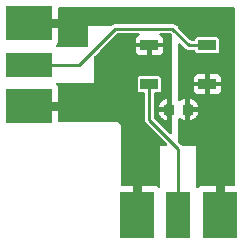
<source format=gtl>
%TF.GenerationSoftware,KiCad,Pcbnew,8.0.4*%
%TF.CreationDate,2024-08-03T19:12:23-04:00*%
%TF.ProjectId,ws2812b-corner-left,77733238-3132-4622-9d63-6f726e65722d,rev?*%
%TF.SameCoordinates,Original*%
%TF.FileFunction,Copper,L1,Top*%
%TF.FilePolarity,Positive*%
%FSLAX46Y46*%
G04 Gerber Fmt 4.6, Leading zero omitted, Abs format (unit mm)*
G04 Created by KiCad (PCBNEW 8.0.4) date 2024-08-03 19:12:23*
%MOMM*%
%LPD*%
G01*
G04 APERTURE LIST*
G04 Aperture macros list*
%AMRoundRect*
0 Rectangle with rounded corners*
0 $1 Rounding radius*
0 $2 $3 $4 $5 $6 $7 $8 $9 X,Y pos of 4 corners*
0 Add a 4 corners polygon primitive as box body*
4,1,4,$2,$3,$4,$5,$6,$7,$8,$9,$2,$3,0*
0 Add four circle primitives for the rounded corners*
1,1,$1+$1,$2,$3*
1,1,$1+$1,$4,$5*
1,1,$1+$1,$6,$7*
1,1,$1+$1,$8,$9*
0 Add four rect primitives between the rounded corners*
20,1,$1+$1,$2,$3,$4,$5,0*
20,1,$1+$1,$4,$5,$6,$7,0*
20,1,$1+$1,$6,$7,$8,$9,0*
20,1,$1+$1,$8,$9,$2,$3,0*%
G04 Aperture macros list end*
%TA.AperFunction,SMDPad,CuDef*%
%ADD10R,4.000000X3.000000*%
%TD*%
%TA.AperFunction,SMDPad,CuDef*%
%ADD11R,4.000000X2.000000*%
%TD*%
%TA.AperFunction,SMDPad,CuDef*%
%ADD12RoundRect,0.225000X0.225000X0.250000X-0.225000X0.250000X-0.225000X-0.250000X0.225000X-0.250000X0*%
%TD*%
%TA.AperFunction,SMDPad,CuDef*%
%ADD13R,3.000000X4.000000*%
%TD*%
%TA.AperFunction,SMDPad,CuDef*%
%ADD14R,2.000000X4.000000*%
%TD*%
%TA.AperFunction,SMDPad,CuDef*%
%ADD15R,1.500000X0.900000*%
%TD*%
%TA.AperFunction,Conductor*%
%ADD16C,0.254000*%
%TD*%
%TA.AperFunction,Conductor*%
%ADD17C,0.762000*%
%TD*%
G04 APERTURE END LIST*
D10*
%TO.P,J2,1,Pin_1*%
%TO.N,GND*%
X139786000Y-79700000D03*
D11*
%TO.P,J2,2,Pin_2*%
%TO.N,Net-(D1-DOUT)*%
X139786000Y-76200000D03*
D10*
%TO.P,J2,3,Pin_3*%
%TO.N,+5V*%
X139786000Y-72700000D03*
%TD*%
D12*
%TO.P,C1,1*%
%TO.N,+5V*%
X153175000Y-80010000D03*
%TO.P,C1,2*%
%TO.N,GND*%
X151625000Y-80010000D03*
%TD*%
D13*
%TO.P,J1,1,Pin_1*%
%TO.N,GND*%
X148900000Y-88900000D03*
D14*
%TO.P,J1,2,Pin_2*%
%TO.N,Net-(D1-DIN)*%
X152400000Y-88900000D03*
D13*
%TO.P,J1,3,Pin_3*%
%TO.N,+5V*%
X155900000Y-88900000D03*
%TD*%
D15*
%TO.P,D1,1,VDD*%
%TO.N,+5V*%
X154850000Y-77850000D03*
%TO.P,D1,2,DOUT*%
%TO.N,Net-(D1-DOUT)*%
X154850000Y-74550000D03*
%TO.P,D1,3,VSS*%
%TO.N,GND*%
X149950000Y-74550000D03*
%TO.P,D1,4,DIN*%
%TO.N,Net-(D1-DIN)*%
X149950000Y-77850000D03*
%TD*%
D16*
%TO.N,Net-(D1-DOUT)*%
X154850000Y-74550000D02*
X153290000Y-74550000D01*
X153290000Y-74550000D02*
X151892000Y-73152000D01*
X151892000Y-73152000D02*
X147066000Y-73152000D01*
X147066000Y-73152000D02*
X144018000Y-76200000D01*
X144018000Y-76200000D02*
X139786000Y-76200000D01*
D17*
%TO.N,+5V*%
X155900000Y-88900000D02*
X155900000Y-80574000D01*
X143454000Y-72700000D02*
X139786000Y-72700000D01*
X155900000Y-80574000D02*
X156774000Y-79700000D01*
X156774000Y-79700000D02*
X156774000Y-72954000D01*
X156774000Y-72954000D02*
X155956000Y-72136000D01*
X155956000Y-72136000D02*
X144018000Y-72136000D01*
X144018000Y-72136000D02*
X143454000Y-72700000D01*
%TO.N,GND*%
X139786000Y-79700000D02*
X147264000Y-79700000D01*
X147264000Y-79700000D02*
X148336000Y-80772000D01*
X148336000Y-80772000D02*
X148336000Y-84328000D01*
X148336000Y-84328000D02*
X148900000Y-84892000D01*
X148900000Y-84892000D02*
X148900000Y-88900000D01*
D16*
%TO.N,Net-(D1-DIN)*%
X149950000Y-80862000D02*
X149950000Y-77850000D01*
X152400000Y-83312000D02*
X149950000Y-80862000D01*
X152400000Y-88900000D02*
X152400000Y-83312000D01*
%TD*%
%TA.AperFunction,Conductor*%
%TO.N,+5V*%
G36*
X157192031Y-71385713D02*
G01*
X157228576Y-71436013D01*
X157233500Y-71467100D01*
X157233500Y-86399400D01*
X157214287Y-86458531D01*
X157163987Y-86495076D01*
X157132900Y-86500000D01*
X154368521Y-86500000D01*
X154274849Y-86514835D01*
X154161955Y-86572358D01*
X154095735Y-86638579D01*
X154040337Y-86666805D01*
X153978929Y-86657079D01*
X153934965Y-86613115D01*
X153924000Y-86567444D01*
X153924000Y-83058000D01*
X152727193Y-83058000D01*
X152668062Y-83038787D01*
X152656058Y-83028535D01*
X152429465Y-82801942D01*
X152401239Y-82746544D01*
X152400000Y-82730807D01*
X152400000Y-80835996D01*
X152419213Y-80776865D01*
X152469513Y-80740320D01*
X152531687Y-80740320D01*
X152562264Y-80756510D01*
X152563892Y-80757773D01*
X152699811Y-80838155D01*
X152699812Y-80838156D01*
X152851447Y-80882210D01*
X152886877Y-80884999D01*
X152886898Y-80885000D01*
X152975000Y-80885000D01*
X153375000Y-80885000D01*
X153463102Y-80885000D01*
X153463122Y-80884999D01*
X153498552Y-80882210D01*
X153650187Y-80838156D01*
X153650188Y-80838155D01*
X153786110Y-80757771D01*
X153897771Y-80646110D01*
X153978155Y-80510188D01*
X153978156Y-80510187D01*
X154022210Y-80358552D01*
X154024999Y-80323122D01*
X154025000Y-80323102D01*
X154025000Y-80210000D01*
X153375000Y-80210000D01*
X153375000Y-80885000D01*
X152975000Y-80885000D01*
X152975000Y-79810000D01*
X153375000Y-79810000D01*
X154025000Y-79810000D01*
X154025000Y-79696897D01*
X154024999Y-79696877D01*
X154022210Y-79661447D01*
X153978156Y-79509812D01*
X153978155Y-79509811D01*
X153897771Y-79373889D01*
X153786110Y-79262228D01*
X153650188Y-79181844D01*
X153650187Y-79181843D01*
X153498552Y-79137789D01*
X153463122Y-79135000D01*
X153375000Y-79135000D01*
X153375000Y-79810000D01*
X152975000Y-79810000D01*
X152975000Y-79135000D01*
X152886877Y-79135000D01*
X152851447Y-79137789D01*
X152699812Y-79181843D01*
X152699811Y-79181844D01*
X152563882Y-79262232D01*
X152562256Y-79263494D01*
X152560961Y-79263960D01*
X152558442Y-79265450D01*
X152558157Y-79264969D01*
X152503757Y-79284553D01*
X152444052Y-79267206D01*
X152405946Y-79218077D01*
X152400000Y-79184003D01*
X152400000Y-78331478D01*
X153700001Y-78331478D01*
X153714835Y-78425150D01*
X153772358Y-78538044D01*
X153861955Y-78627641D01*
X153974851Y-78685164D01*
X153974854Y-78685165D01*
X154068514Y-78699999D01*
X154650000Y-78699999D01*
X155050000Y-78699999D01*
X155631478Y-78699999D01*
X155725150Y-78685164D01*
X155838044Y-78627641D01*
X155927641Y-78538044D01*
X155985164Y-78425148D01*
X155985165Y-78425145D01*
X155999999Y-78331487D01*
X156000000Y-78331483D01*
X156000000Y-78050000D01*
X155050000Y-78050000D01*
X155050000Y-78699999D01*
X154650000Y-78699999D01*
X154650000Y-78050000D01*
X153700001Y-78050000D01*
X153700001Y-78331478D01*
X152400000Y-78331478D01*
X152400000Y-77368512D01*
X153700000Y-77368512D01*
X153700000Y-77650000D01*
X154650000Y-77650000D01*
X155050000Y-77650000D01*
X155999999Y-77650000D01*
X155999999Y-77368521D01*
X155985164Y-77274849D01*
X155927641Y-77161955D01*
X155838044Y-77072358D01*
X155725148Y-77014835D01*
X155725145Y-77014834D01*
X155631487Y-77000000D01*
X155050000Y-77000000D01*
X155050000Y-77650000D01*
X154650000Y-77650000D01*
X154650000Y-77000000D01*
X154068521Y-77000000D01*
X153974849Y-77014835D01*
X153861955Y-77072358D01*
X153772358Y-77161955D01*
X153714835Y-77274851D01*
X153714834Y-77274854D01*
X153700000Y-77368512D01*
X152400000Y-77368512D01*
X152400000Y-74442392D01*
X152419213Y-74383261D01*
X152469513Y-74346716D01*
X152531687Y-74346716D01*
X152571735Y-74371257D01*
X152981206Y-74780728D01*
X152981211Y-74780734D01*
X152984724Y-74784247D01*
X153055753Y-74855276D01*
X153105979Y-74884273D01*
X153142747Y-74905502D01*
X153239775Y-74931501D01*
X153346386Y-74931501D01*
X153346402Y-74931500D01*
X153745107Y-74931500D01*
X153804238Y-74950713D01*
X153840783Y-75001013D01*
X153845222Y-75022236D01*
X153845500Y-75025063D01*
X153860266Y-75099301D01*
X153860267Y-75099304D01*
X153916514Y-75183482D01*
X153916515Y-75183483D01*
X153916516Y-75183484D01*
X154000699Y-75239734D01*
X154074933Y-75254500D01*
X155625066Y-75254499D01*
X155699301Y-75239734D01*
X155783484Y-75183484D01*
X155839734Y-75099301D01*
X155854500Y-75025067D01*
X155854499Y-74074934D01*
X155839734Y-74000699D01*
X155839732Y-74000697D01*
X155839732Y-74000695D01*
X155783485Y-73916517D01*
X155783483Y-73916515D01*
X155699302Y-73860267D01*
X155699301Y-73860266D01*
X155699300Y-73860265D01*
X155699299Y-73860265D01*
X155643498Y-73849166D01*
X155625067Y-73845500D01*
X155625066Y-73845500D01*
X154074934Y-73845500D01*
X154000698Y-73860266D01*
X154000695Y-73860267D01*
X153916517Y-73916514D01*
X153916515Y-73916516D01*
X153860265Y-74000700D01*
X153845499Y-74074937D01*
X153845221Y-74077762D01*
X153844700Y-74078951D01*
X153844536Y-74079780D01*
X153844354Y-74079743D01*
X153820305Y-74134725D01*
X153766664Y-74166163D01*
X153745106Y-74168500D01*
X153489692Y-74168500D01*
X153430561Y-74149287D01*
X153418557Y-74139035D01*
X152429465Y-73149942D01*
X152401239Y-73094544D01*
X152400000Y-73078807D01*
X152400000Y-72898000D01*
X152219192Y-72898000D01*
X152160061Y-72878787D01*
X152148063Y-72868540D01*
X152126247Y-72846724D01*
X152039254Y-72796499D01*
X152039247Y-72796496D01*
X151942229Y-72770500D01*
X151942225Y-72770500D01*
X147116225Y-72770500D01*
X147015775Y-72770500D01*
X147015769Y-72770500D01*
X146918750Y-72796496D01*
X146918745Y-72796498D01*
X146831752Y-72846724D01*
X146809942Y-72868535D01*
X146754544Y-72896761D01*
X146738807Y-72898000D01*
X144780000Y-72898000D01*
X144780000Y-74575400D01*
X144760787Y-74634531D01*
X144710487Y-74671076D01*
X144679400Y-74676000D01*
X142118556Y-74676000D01*
X142059425Y-74656787D01*
X142022880Y-74606487D01*
X142022880Y-74544313D01*
X142047421Y-74504265D01*
X142113641Y-74438044D01*
X142171164Y-74325148D01*
X142171165Y-74325145D01*
X142185999Y-74231487D01*
X142185999Y-71467100D01*
X142205212Y-71407969D01*
X142255512Y-71371424D01*
X142286599Y-71366500D01*
X157132900Y-71366500D01*
X157192031Y-71385713D01*
G37*
%TD.AperFunction*%
%TD*%
%TA.AperFunction,Conductor*%
%TO.N,GND*%
G36*
X149070843Y-73552713D02*
G01*
X149107388Y-73603013D01*
X149107388Y-73665187D01*
X149070843Y-73715487D01*
X149057384Y-73723735D01*
X148961955Y-73772358D01*
X148872358Y-73861955D01*
X148814835Y-73974851D01*
X148814834Y-73974854D01*
X148800000Y-74068512D01*
X148800000Y-74350000D01*
X151099999Y-74350000D01*
X151099999Y-74068521D01*
X151085164Y-73974849D01*
X151027641Y-73861955D01*
X150938044Y-73772358D01*
X150842616Y-73723735D01*
X150798653Y-73679771D01*
X150788927Y-73618362D01*
X150817153Y-73562965D01*
X150872551Y-73534739D01*
X150888288Y-73533500D01*
X151692307Y-73533500D01*
X151751438Y-73552713D01*
X151763442Y-73562965D01*
X151862535Y-73662058D01*
X151890761Y-73717454D01*
X151892000Y-73733192D01*
X151892000Y-79034400D01*
X151872787Y-79093531D01*
X151849683Y-79110316D01*
X151825000Y-79135000D01*
X151825000Y-80885000D01*
X151841172Y-80901172D01*
X151850531Y-80904213D01*
X151887076Y-80954513D01*
X151892000Y-80985600D01*
X151892000Y-82021607D01*
X151872787Y-82080738D01*
X151822487Y-82117283D01*
X151760313Y-82117283D01*
X151720265Y-82092742D01*
X150360965Y-80733442D01*
X150332739Y-80678044D01*
X150331500Y-80662307D01*
X150331500Y-80323122D01*
X150775000Y-80323122D01*
X150777789Y-80358552D01*
X150821843Y-80510187D01*
X150821844Y-80510188D01*
X150902228Y-80646110D01*
X151013889Y-80757771D01*
X151149811Y-80838155D01*
X151149812Y-80838156D01*
X151301447Y-80882210D01*
X151336877Y-80884999D01*
X151336898Y-80885000D01*
X151425000Y-80885000D01*
X151425000Y-80210000D01*
X150775000Y-80210000D01*
X150775000Y-80323122D01*
X150331500Y-80323122D01*
X150331500Y-79696877D01*
X150775000Y-79696877D01*
X150775000Y-79810000D01*
X151425000Y-79810000D01*
X151425000Y-79135000D01*
X151336877Y-79135000D01*
X151301447Y-79137789D01*
X151149812Y-79181843D01*
X151149811Y-79181844D01*
X151013889Y-79262228D01*
X150902228Y-79373889D01*
X150821844Y-79509811D01*
X150821843Y-79509812D01*
X150777789Y-79661447D01*
X150775000Y-79696877D01*
X150331500Y-79696877D01*
X150331500Y-78655099D01*
X150350713Y-78595968D01*
X150401013Y-78559423D01*
X150432100Y-78554499D01*
X150725066Y-78554499D01*
X150799301Y-78539734D01*
X150883484Y-78483484D01*
X150939734Y-78399301D01*
X150954500Y-78325067D01*
X150954499Y-77374934D01*
X150939734Y-77300699D01*
X150939732Y-77300697D01*
X150939732Y-77300695D01*
X150883485Y-77216517D01*
X150883483Y-77216515D01*
X150799302Y-77160267D01*
X150799301Y-77160266D01*
X150799300Y-77160265D01*
X150799299Y-77160265D01*
X150743498Y-77149166D01*
X150725067Y-77145500D01*
X150725066Y-77145500D01*
X149174934Y-77145500D01*
X149100698Y-77160266D01*
X149100695Y-77160267D01*
X149016517Y-77216514D01*
X149016515Y-77216516D01*
X148960265Y-77300700D01*
X148945500Y-77374933D01*
X148945500Y-78325065D01*
X148960266Y-78399301D01*
X148960267Y-78399304D01*
X149016514Y-78483482D01*
X149016515Y-78483483D01*
X149016516Y-78483484D01*
X149100699Y-78539734D01*
X149174933Y-78554500D01*
X149467900Y-78554499D01*
X149527031Y-78573712D01*
X149563576Y-78624012D01*
X149568500Y-78655099D01*
X149568500Y-80912229D01*
X149594496Y-81009247D01*
X149594499Y-81009254D01*
X149644724Y-81096247D01*
X150548869Y-82000392D01*
X151434742Y-82886265D01*
X151462968Y-82941663D01*
X151453242Y-83003071D01*
X151409278Y-83047035D01*
X151363607Y-83058000D01*
X150876000Y-83058000D01*
X150876000Y-86567444D01*
X150856787Y-86626575D01*
X150806487Y-86663120D01*
X150744313Y-86663120D01*
X150704265Y-86638579D01*
X150638044Y-86572358D01*
X150525148Y-86514835D01*
X150525145Y-86514834D01*
X150431487Y-86500000D01*
X147667100Y-86500000D01*
X147607969Y-86480787D01*
X147571424Y-86430487D01*
X147566500Y-86399400D01*
X147566500Y-81468109D01*
X147566499Y-81468102D01*
X147532393Y-81340817D01*
X147532391Y-81340812D01*
X147466499Y-81226685D01*
X147373314Y-81133500D01*
X147373315Y-81133500D01*
X147259187Y-81067608D01*
X147259182Y-81067606D01*
X147131897Y-81033500D01*
X147131892Y-81033500D01*
X142286600Y-81033500D01*
X142227469Y-81014287D01*
X142190924Y-80963987D01*
X142186000Y-80932900D01*
X142185999Y-78168521D01*
X142171164Y-78074849D01*
X142113641Y-77961955D01*
X142047421Y-77895735D01*
X142019195Y-77840337D01*
X142028921Y-77778929D01*
X142072885Y-77734965D01*
X142118556Y-77724000D01*
X145288000Y-77724000D01*
X145288000Y-75511193D01*
X145307213Y-75452062D01*
X145317465Y-75440058D01*
X145726045Y-75031478D01*
X148800001Y-75031478D01*
X148814835Y-75125150D01*
X148872358Y-75238044D01*
X148961955Y-75327641D01*
X149074851Y-75385164D01*
X149074854Y-75385165D01*
X149168514Y-75399999D01*
X149750000Y-75399999D01*
X150150000Y-75399999D01*
X150731478Y-75399999D01*
X150825150Y-75385164D01*
X150938044Y-75327641D01*
X151027641Y-75238044D01*
X151085164Y-75125148D01*
X151085165Y-75125145D01*
X151099999Y-75031487D01*
X151100000Y-75031483D01*
X151100000Y-74750000D01*
X150150000Y-74750000D01*
X150150000Y-75399999D01*
X149750000Y-75399999D01*
X149750000Y-74750000D01*
X148800001Y-74750000D01*
X148800001Y-75031478D01*
X145726045Y-75031478D01*
X147194558Y-73562965D01*
X147249956Y-73534739D01*
X147265693Y-73533500D01*
X149011712Y-73533500D01*
X149070843Y-73552713D01*
G37*
%TD.AperFunction*%
%TD*%
M02*

</source>
